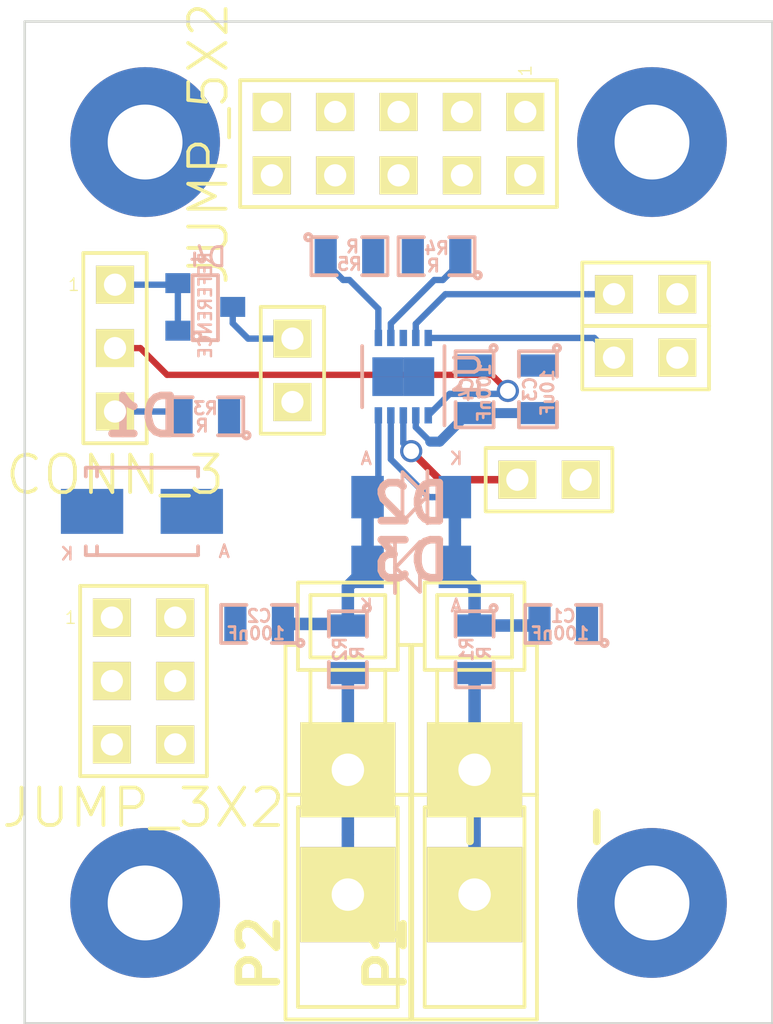
<source format=kicad_pcb>
(kicad_pcb (version 4) (host pcbnew "(2015-01-07 BZR 5359)-product")

  (general
    (links 63)
    (no_connects 47)
    (area 126.322999 72.39 204.104241 138.539)
    (thickness 1.6)
    (drawings 4)
    (tracks 67)
    (zones 0)
    (modules 27)
    (nets 14)
  )

  (page A4)
  (layers
    (0 F.Cu signal)
    (31 B.Cu signal)
    (32 B.Adhes user)
    (33 F.Adhes user)
    (34 B.Paste user)
    (35 F.Paste user)
    (36 B.SilkS user)
    (37 F.SilkS user)
    (38 B.Mask user)
    (39 F.Mask user)
    (40 Dwgs.User user)
    (41 Cmts.User user)
    (42 Eco1.User user)
    (43 Eco2.User user)
    (44 Edge.Cuts user)
    (45 Margin user)
    (46 B.CrtYd user)
    (47 F.CrtYd user)
    (48 B.Fab user)
    (49 F.Fab user)
  )

  (setup
    (last_trace_width 0.254)
    (user_trace_width 0.3)
    (user_trace_width 0.4)
    (user_trace_width 0.5)
    (trace_clearance 0.2)
    (zone_clearance 0.508)
    (zone_45_only no)
    (trace_min 0.254)
    (segment_width 0.2)
    (edge_width 0.1)
    (via_size 0.889)
    (via_drill 0.635)
    (via_min_size 0.889)
    (via_min_drill 0.508)
    (uvia_size 0.508)
    (uvia_drill 0.127)
    (uvias_allowed no)
    (uvia_min_size 0.508)
    (uvia_min_drill 0.127)
    (pcb_text_width 0.3)
    (pcb_text_size 1.5 1.5)
    (mod_edge_width 0.15)
    (mod_text_size 1 1)
    (mod_text_width 0.15)
    (pad_size 1.5 1.5)
    (pad_drill 0.6)
    (pad_to_mask_clearance 0)
    (aux_axis_origin 0 0)
    (visible_elements 7FFFFF7F)
    (pcbplotparams
      (layerselection 0x00030_80000001)
      (usegerberextensions false)
      (excludeedgelayer true)
      (linewidth 0.300000)
      (plotframeref false)
      (viasonmask false)
      (mode 1)
      (useauxorigin false)
      (hpglpennumber 1)
      (hpglpenspeed 20)
      (hpglpendiameter 15)
      (hpglpenoverlay 2)
      (psnegative false)
      (psa4output false)
      (plotreference true)
      (plotvalue true)
      (plotinvisibletext false)
      (padsonsilk false)
      (subtractmaskfromsilk false)
      (outputformat 1)
      (mirror false)
      (drillshape 1)
      (scaleselection 1)
      (outputdirectory ""))
  )

  (net 0 "")
  (net 1 GND)
  (net 2 "Net-(C1-Pad2)")
  (net 3 "Net-(C2-Pad1)")
  (net 4 VCC)
  (net 5 "Net-(D4-Pad1)")
  (net 6 "Net-(J3-Pad2)")
  (net 7 "Net-(J4-Pad2)")
  (net 8 /CA0)
  (net 9 /CA1)
  (net 10 /SDA)
  (net 11 /SCL)
  (net 12 "Net-(P1-Pad1)")
  (net 13 "Net-(P2-Pad1)")

  (net_class Default "Toto je výchozí třída sítě."
    (clearance 0.2)
    (trace_width 0.254)
    (via_dia 0.889)
    (via_drill 0.635)
    (uvia_dia 0.508)
    (uvia_drill 0.127)
    (add_net /CA0)
    (add_net /CA1)
    (add_net /SCL)
    (add_net /SDA)
    (add_net GND)
    (add_net "Net-(C1-Pad2)")
    (add_net "Net-(C2-Pad1)")
    (add_net "Net-(D4-Pad1)")
    (add_net "Net-(J3-Pad2)")
    (add_net "Net-(J4-Pad2)")
    (add_net "Net-(P1-Pad1)")
    (add_net "Net-(P2-Pad1)")
    (add_net VCC)
  )

  (module Mlab_R:SMD-0805 (layer B.Cu) (tedit 54799E0C) (tstamp 55470A3A)
    (at 21.844 -16.256 180)
    (path /554603CA)
    (attr smd)
    (fp_text reference C1 (at 0 0.3175 180) (layer B.SilkS)
      (effects (font (size 0.50038 0.50038) (thickness 0.10922)) (justify mirror))
    )
    (fp_text value 100nF (at 0.127 -0.381 180) (layer B.SilkS)
      (effects (font (size 0.50038 0.50038) (thickness 0.10922)) (justify mirror))
    )
    (fp_circle (center -1.651 -0.762) (end -1.651 -0.635) (layer B.SilkS) (width 0.15))
    (fp_line (start -0.508 -0.762) (end -1.524 -0.762) (layer B.SilkS) (width 0.15))
    (fp_line (start -1.524 -0.762) (end -1.524 0.762) (layer B.SilkS) (width 0.15))
    (fp_line (start -1.524 0.762) (end -0.508 0.762) (layer B.SilkS) (width 0.15))
    (fp_line (start 0.508 0.762) (end 1.524 0.762) (layer B.SilkS) (width 0.15))
    (fp_line (start 1.524 0.762) (end 1.524 -0.762) (layer B.SilkS) (width 0.15))
    (fp_line (start 1.524 -0.762) (end 0.508 -0.762) (layer B.SilkS) (width 0.15))
    (pad 1 smd rect (at -0.9525 0 180) (size 0.889 1.397) (layers B.Cu B.Paste B.Mask)
      (net 1 GND))
    (pad 2 smd rect (at 0.9525 0 180) (size 0.889 1.397) (layers B.Cu B.Paste B.Mask)
      (net 2 "Net-(C1-Pad2)"))
    (model MLAB_3D/Resistors/chip_cms.wrl
      (at (xyz 0 0 0))
      (scale (xyz 0.1 0.1 0.1))
      (rotate (xyz 0 0 0))
    )
  )

  (module Mlab_R:SMD-0805 (layer B.Cu) (tedit 54799E0C) (tstamp 55470A40)
    (at 9.652 -16.256 180)
    (path /55460399)
    (attr smd)
    (fp_text reference C2 (at 0 0.3175 180) (layer B.SilkS)
      (effects (font (size 0.50038 0.50038) (thickness 0.10922)) (justify mirror))
    )
    (fp_text value 100nF (at 0.127 -0.381 180) (layer B.SilkS)
      (effects (font (size 0.50038 0.50038) (thickness 0.10922)) (justify mirror))
    )
    (fp_circle (center -1.651 -0.762) (end -1.651 -0.635) (layer B.SilkS) (width 0.15))
    (fp_line (start -0.508 -0.762) (end -1.524 -0.762) (layer B.SilkS) (width 0.15))
    (fp_line (start -1.524 -0.762) (end -1.524 0.762) (layer B.SilkS) (width 0.15))
    (fp_line (start -1.524 0.762) (end -0.508 0.762) (layer B.SilkS) (width 0.15))
    (fp_line (start 0.508 0.762) (end 1.524 0.762) (layer B.SilkS) (width 0.15))
    (fp_line (start 1.524 0.762) (end 1.524 -0.762) (layer B.SilkS) (width 0.15))
    (fp_line (start 1.524 -0.762) (end 0.508 -0.762) (layer B.SilkS) (width 0.15))
    (pad 1 smd rect (at -0.9525 0 180) (size 0.889 1.397) (layers B.Cu B.Paste B.Mask)
      (net 3 "Net-(C2-Pad1)"))
    (pad 2 smd rect (at 0.9525 0 180) (size 0.889 1.397) (layers B.Cu B.Paste B.Mask)
      (net 1 GND))
    (model MLAB_3D/Resistors/chip_cms.wrl
      (at (xyz 0 0 0))
      (scale (xyz 0.1 0.1 0.1))
      (rotate (xyz 0 0 0))
    )
  )

  (module Mlab_R:SMD-0805 (layer B.Cu) (tedit 54799E0C) (tstamp 55470A46)
    (at 20.828 -25.654 270)
    (path /55461125)
    (attr smd)
    (fp_text reference C3 (at 0 0.3175 270) (layer B.SilkS)
      (effects (font (size 0.50038 0.50038) (thickness 0.10922)) (justify mirror))
    )
    (fp_text value 10uF (at 0.127 -0.381 270) (layer B.SilkS)
      (effects (font (size 0.50038 0.50038) (thickness 0.10922)) (justify mirror))
    )
    (fp_circle (center -1.651 -0.762) (end -1.651 -0.635) (layer B.SilkS) (width 0.15))
    (fp_line (start -0.508 -0.762) (end -1.524 -0.762) (layer B.SilkS) (width 0.15))
    (fp_line (start -1.524 -0.762) (end -1.524 0.762) (layer B.SilkS) (width 0.15))
    (fp_line (start -1.524 0.762) (end -0.508 0.762) (layer B.SilkS) (width 0.15))
    (fp_line (start 0.508 0.762) (end 1.524 0.762) (layer B.SilkS) (width 0.15))
    (fp_line (start 1.524 0.762) (end 1.524 -0.762) (layer B.SilkS) (width 0.15))
    (fp_line (start 1.524 -0.762) (end 0.508 -0.762) (layer B.SilkS) (width 0.15))
    (pad 1 smd rect (at -0.9525 0 270) (size 0.889 1.397) (layers B.Cu B.Paste B.Mask)
      (net 1 GND))
    (pad 2 smd rect (at 0.9525 0 270) (size 0.889 1.397) (layers B.Cu B.Paste B.Mask)
      (net 4 VCC))
    (model MLAB_3D/Resistors/chip_cms.wrl
      (at (xyz 0 0 0))
      (scale (xyz 0.1 0.1 0.1))
      (rotate (xyz 0 0 0))
    )
  )

  (module Mlab_R:SMD-0805 (layer B.Cu) (tedit 54799E0C) (tstamp 55470A4C)
    (at 18.288 -25.654 270)
    (path /554611EB)
    (attr smd)
    (fp_text reference C4 (at 0 0.3175 270) (layer B.SilkS)
      (effects (font (size 0.50038 0.50038) (thickness 0.10922)) (justify mirror))
    )
    (fp_text value 100nF (at 0.127 -0.381 270) (layer B.SilkS)
      (effects (font (size 0.50038 0.50038) (thickness 0.10922)) (justify mirror))
    )
    (fp_circle (center -1.651 -0.762) (end -1.651 -0.635) (layer B.SilkS) (width 0.15))
    (fp_line (start -0.508 -0.762) (end -1.524 -0.762) (layer B.SilkS) (width 0.15))
    (fp_line (start -1.524 -0.762) (end -1.524 0.762) (layer B.SilkS) (width 0.15))
    (fp_line (start -1.524 0.762) (end -0.508 0.762) (layer B.SilkS) (width 0.15))
    (fp_line (start 0.508 0.762) (end 1.524 0.762) (layer B.SilkS) (width 0.15))
    (fp_line (start 1.524 0.762) (end 1.524 -0.762) (layer B.SilkS) (width 0.15))
    (fp_line (start 1.524 -0.762) (end 0.508 -0.762) (layer B.SilkS) (width 0.15))
    (pad 1 smd rect (at -0.9525 0 270) (size 0.889 1.397) (layers B.Cu B.Paste B.Mask)
      (net 1 GND))
    (pad 2 smd rect (at 0.9525 0 270) (size 0.889 1.397) (layers B.Cu B.Paste B.Mask)
      (net 4 VCC))
    (model MLAB_3D/Resistors/chip_cms.wrl
      (at (xyz 0 0 0))
      (scale (xyz 0.1 0.1 0.1))
      (rotate (xyz 0 0 0))
    )
  )

  (module Mlab_D:SMA_Standard (layer B.Cu) (tedit 54BBE0AF) (tstamp 55470A52)
    (at 4.953 -20.7645 180)
    (descr "Diode SMA")
    (tags "Diode SMA")
    (path /55460DCE)
    (attr smd)
    (fp_text reference D1 (at 0 3.81 180) (layer B.SilkS)
      (effects (font (thickness 0.3048)) (justify mirror))
    )
    (fp_text value M4 (at 0 -3.81 180) (layer B.SilkS) hide
      (effects (font (thickness 0.3048)) (justify mirror))
    )
    (fp_text user A (at -3.29946 -1.6002 180) (layer B.SilkS)
      (effects (font (size 0.50038 0.50038) (thickness 0.09906)) (justify mirror))
    )
    (fp_text user K (at 2.99974 -1.69926 180) (layer B.SilkS)
      (effects (font (size 0.50038 0.50038) (thickness 0.09906)) (justify mirror))
    )
    (fp_circle (center 0 0) (end 0.20066 0.0508) (layer B.Adhes) (width 0.381))
    (fp_line (start 1.80086 -1.75006) (end 1.80086 -1.39954) (layer B.SilkS) (width 0.15))
    (fp_line (start 1.80086 1.75006) (end 1.80086 1.39954) (layer B.SilkS) (width 0.15))
    (fp_line (start 2.25044 -1.75006) (end 2.25044 -1.39954) (layer B.SilkS) (width 0.15))
    (fp_line (start -2.25044 -1.75006) (end -2.25044 -1.39954) (layer B.SilkS) (width 0.15))
    (fp_line (start -2.25044 1.75006) (end -2.25044 1.39954) (layer B.SilkS) (width 0.15))
    (fp_line (start 2.25044 1.75006) (end 2.25044 1.39954) (layer B.SilkS) (width 0.15))
    (fp_line (start -2.25044 -1.75006) (end 2.25044 -1.75006) (layer B.SilkS) (width 0.15))
    (fp_line (start -2.25044 1.75006) (end 2.25044 1.75006) (layer B.SilkS) (width 0.15))
    (pad 1 smd rect (at -1.99898 0 180) (size 2.49936 1.80086) (layers B.Cu B.Paste B.Mask)
      (net 1 GND))
    (pad 2 smd rect (at 1.99898 0 180) (size 2.49936 1.80086) (layers B.Cu B.Paste B.Mask)
      (net 4 VCC))
    (model MLAB_3D/Diodes/SMA.wrl
      (at (xyz 0 0 0))
      (scale (xyz 0.3937 0.3937 0.3937))
      (rotate (xyz 0 0 0))
    )
  )

  (module Mlab_D:MiniMELF_Standard (layer B.Cu) (tedit 54BBE081) (tstamp 55470A58)
    (at 15.748 -18.542 180)
    (descr "Diode Mini-MELF Standard")
    (tags "Diode Mini-MELF Standard")
    (path /5546045E)
    (attr smd)
    (fp_text reference D2 (at 0 2.54 180) (layer B.SilkS)
      (effects (font (thickness 0.3048)) (justify mirror))
    )
    (fp_text value BAT46 (at 0 -3.81 180) (layer B.SilkS) hide
      (effects (font (thickness 0.3048)) (justify mirror))
    )
    (fp_line (start 0.65024 -0.0508) (end -0.35052 1.00076) (layer B.SilkS) (width 0.15))
    (fp_line (start -0.35052 1.00076) (end -0.35052 -1.00076) (layer B.SilkS) (width 0.15))
    (fp_line (start -0.35052 -1.00076) (end 0.65024 0) (layer B.SilkS) (width 0.15))
    (fp_line (start 0.65024 1.04902) (end 0.65024 -1.04902) (layer B.SilkS) (width 0.15))
    (fp_text user A (at -1.80086 -1.5494 180) (layer B.SilkS)
      (effects (font (size 0.50038 0.50038) (thickness 0.09906)) (justify mirror))
    )
    (fp_text user K (at 1.80086 -1.5494 180) (layer B.SilkS)
      (effects (font (size 0.50038 0.50038) (thickness 0.09906)) (justify mirror))
    )
    (fp_circle (center 0 0) (end 0 -0.55118) (layer B.Adhes) (width 0.381))
    (fp_circle (center 0 0) (end 0 -0.20066) (layer B.Adhes) (width 0.381))
    (pad 1 smd rect (at -1.75006 0 180) (size 1.30048 1.69926) (layers B.Cu B.Paste B.Mask)
      (net 2 "Net-(C1-Pad2)"))
    (pad 2 smd rect (at 1.75006 0 180) (size 1.30048 1.69926) (layers B.Cu B.Paste B.Mask)
      (net 3 "Net-(C2-Pad1)"))
    (model MLAB_3D/Diodes/MiniMELF_DO213AA.wrl
      (at (xyz 0 0 0))
      (scale (xyz 0.3937 0.3937 0.3937))
      (rotate (xyz 0 0 0))
    )
  )

  (module Mlab_D:MiniMELF_Standard (layer B.Cu) (tedit 54BBE081) (tstamp 55470A5E)
    (at 15.748 -21.336)
    (descr "Diode Mini-MELF Standard")
    (tags "Diode Mini-MELF Standard")
    (path /55460409)
    (attr smd)
    (fp_text reference D3 (at 0 2.54) (layer B.SilkS)
      (effects (font (thickness 0.3048)) (justify mirror))
    )
    (fp_text value BAT46 (at 0 -3.81) (layer B.SilkS) hide
      (effects (font (thickness 0.3048)) (justify mirror))
    )
    (fp_line (start 0.65024 -0.0508) (end -0.35052 1.00076) (layer B.SilkS) (width 0.15))
    (fp_line (start -0.35052 1.00076) (end -0.35052 -1.00076) (layer B.SilkS) (width 0.15))
    (fp_line (start -0.35052 -1.00076) (end 0.65024 0) (layer B.SilkS) (width 0.15))
    (fp_line (start 0.65024 1.04902) (end 0.65024 -1.04902) (layer B.SilkS) (width 0.15))
    (fp_text user A (at -1.80086 -1.5494) (layer B.SilkS)
      (effects (font (size 0.50038 0.50038) (thickness 0.09906)) (justify mirror))
    )
    (fp_text user K (at 1.80086 -1.5494) (layer B.SilkS)
      (effects (font (size 0.50038 0.50038) (thickness 0.09906)) (justify mirror))
    )
    (fp_circle (center 0 0) (end 0 -0.55118) (layer B.Adhes) (width 0.381))
    (fp_circle (center 0 0) (end 0 -0.20066) (layer B.Adhes) (width 0.381))
    (pad 1 smd rect (at -1.75006 0) (size 1.30048 1.69926) (layers B.Cu B.Paste B.Mask)
      (net 3 "Net-(C2-Pad1)"))
    (pad 2 smd rect (at 1.75006 0) (size 1.30048 1.69926) (layers B.Cu B.Paste B.Mask)
      (net 2 "Net-(C1-Pad2)"))
    (model MLAB_3D/Diodes/MiniMELF_DO213AA.wrl
      (at (xyz 0 0 0))
      (scale (xyz 0.3937 0.3937 0.3937))
      (rotate (xyz 0 0 0))
    )
  )

  (module Mlab_IO:SOT-23 (layer B.Cu) (tedit 54836E42) (tstamp 55472E30)
    (at 7.493 -28.956 90)
    (tags SOT23)
    (path /55461701)
    (fp_text reference D4 (at 1.99898 0.09906 360) (layer B.SilkS)
      (effects (font (size 0.762 0.762) (thickness 0.11938)) (justify mirror))
    )
    (fp_text value REFERENCE (at 0.0635 0 90) (layer B.SilkS)
      (effects (font (size 0.50038 0.50038) (thickness 0.09906)) (justify mirror))
    )
    (fp_circle (center -1.17602 -0.35052) (end -1.30048 -0.44958) (layer B.SilkS) (width 0.15))
    (fp_line (start 1.27 0.508) (end 1.27 -0.508) (layer B.SilkS) (width 0.15))
    (fp_line (start -1.3335 0.508) (end -1.3335 -0.508) (layer B.SilkS) (width 0.15))
    (fp_line (start 1.27 -0.508) (end -1.3335 -0.508) (layer B.SilkS) (width 0.15))
    (fp_line (start -1.3335 0.508) (end 1.27 0.508) (layer B.SilkS) (width 0.15))
    (pad 3 smd rect (at 0 1.09982 90) (size 0.8001 1.00076) (layers B.Cu B.Paste B.Mask)
      (net 1 GND))
    (pad 2 smd rect (at 0.9525 -1.09982 90) (size 0.8001 1.00076) (layers B.Cu B.Paste B.Mask)
      (net 5 "Net-(D4-Pad1)"))
    (pad 1 smd rect (at -0.9525 -1.09982 90) (size 0.8001 1.00076) (layers B.Cu B.Paste B.Mask)
      (net 5 "Net-(D4-Pad1)"))
    (model D:/Honza/library/KiCAD/MLAB_3D/IO/SOT23_3.wrl
      (at (xyz 0 0 0))
      (scale (xyz 0.4 0.4 0.4))
      (rotate (xyz 0 0 180))
    )
  )

  (module Mlab_Pin_Headers:Straight_2x03 (layer F.Cu) (tedit 5454C210) (tstamp 55470A6F)
    (at 5.0165 -13.97)
    (descr "pin header straight 2x03")
    (tags "pin header straight 2x03")
    (path /55460C17)
    (fp_text reference J1 (at 0 -5.08) (layer F.SilkS) hide
      (effects (font (size 1.5 1.5) (thickness 0.15)))
    )
    (fp_text value JUMP_3X2 (at 0 5.08) (layer F.SilkS)
      (effects (font (size 1.5 1.5) (thickness 0.15)))
    )
    (fp_text user 1 (at -2.921 -2.54) (layer F.SilkS)
      (effects (font (size 0.5 0.5) (thickness 0.05)))
    )
    (fp_line (start -2.54 -3.81) (end 2.54 -3.81) (layer F.SilkS) (width 0.15))
    (fp_line (start 2.54 -3.81) (end 2.54 3.81) (layer F.SilkS) (width 0.15))
    (fp_line (start 2.54 3.81) (end -2.54 3.81) (layer F.SilkS) (width 0.15))
    (fp_line (start -2.54 3.81) (end -2.54 -3.81) (layer F.SilkS) (width 0.15))
    (pad 1 thru_hole rect (at -1.27 -2.54) (size 1.524 1.524) (drill 0.889) (layers *.Cu *.Mask F.SilkS)
      (net 1 GND))
    (pad 2 thru_hole rect (at 1.27 -2.54) (size 1.524 1.524) (drill 0.889) (layers *.Cu *.Mask F.SilkS)
      (net 1 GND))
    (pad 3 thru_hole rect (at -1.27 0) (size 1.524 1.524) (drill 0.889) (layers *.Cu *.Mask F.SilkS)
      (net 4 VCC))
    (pad 4 thru_hole rect (at 1.27 0) (size 1.524 1.524) (drill 0.889) (layers *.Cu *.Mask F.SilkS)
      (net 4 VCC))
    (pad 5 thru_hole rect (at -1.27 2.54) (size 1.524 1.524) (drill 0.889) (layers *.Cu *.Mask F.SilkS)
      (net 1 GND))
    (pad 6 thru_hole rect (at 1.27 2.54) (size 1.524 1.524) (drill 0.889) (layers *.Cu *.Mask F.SilkS)
      (net 1 GND))
    (model Pin_Headers/Pin_Header_Straight_2x03.wrl
      (at (xyz 0 0 0))
      (scale (xyz 1 1 1))
      (rotate (xyz 0 0 90))
    )
  )

  (module Mlab_Pin_Headers:Straight_2x01 (layer F.Cu) (tedit 5545E8D2) (tstamp 55470A75)
    (at 10.9855 -26.416 270)
    (descr "pin header straight 2x01")
    (tags "pin header straight 2x01")
    (path /554605D2)
    (fp_text reference J2 (at 0 -2.54 270) (layer F.SilkS) hide
      (effects (font (size 1.5 1.5) (thickness 0.15)))
    )
    (fp_text value CONN1_2 (at 0 2.54 270) (layer F.SilkS) hide
      (effects (font (size 1.5 1.5) (thickness 0.15)))
    )
    (fp_line (start -2.54 -1.27) (end 2.54 -1.27) (layer F.SilkS) (width 0.15))
    (fp_line (start 2.54 -1.27) (end 2.54 1.27) (layer F.SilkS) (width 0.15))
    (fp_line (start 2.54 1.27) (end -2.54 1.27) (layer F.SilkS) (width 0.15))
    (fp_line (start -2.54 1.27) (end -2.54 -1.27) (layer F.SilkS) (width 0.15))
    (pad 1 thru_hole rect (at -1.27 0 270) (size 1.524 1.524) (drill 0.889) (layers *.Cu *.Mask F.SilkS)
      (net 1 GND))
    (pad 2 thru_hole rect (at 1.27 0 270) (size 1.524 1.524) (drill 0.889) (layers *.Cu *.Mask F.SilkS)
      (net 3 "Net-(C2-Pad1)"))
    (model Pin_Headers/Pin_Header_Straight_2x01.wrl
      (at (xyz 0 0 0))
      (scale (xyz 1 1 1))
      (rotate (xyz 0 0 90))
    )
  )

  (module Mlab_Pin_Headers:Straight_2x01 (layer F.Cu) (tedit 5545E8D2) (tstamp 55470A7B)
    (at 21.2725 -22.0345 180)
    (descr "pin header straight 2x01")
    (tags "pin header straight 2x01")
    (path /5547082E)
    (fp_text reference J3 (at 0 -2.54 180) (layer F.SilkS) hide
      (effects (font (size 1.5 1.5) (thickness 0.15)))
    )
    (fp_text value CONN_2 (at 0 2.54 180) (layer F.SilkS) hide
      (effects (font (size 1.5 1.5) (thickness 0.15)))
    )
    (fp_line (start -2.54 -1.27) (end 2.54 -1.27) (layer F.SilkS) (width 0.15))
    (fp_line (start 2.54 -1.27) (end 2.54 1.27) (layer F.SilkS) (width 0.15))
    (fp_line (start 2.54 1.27) (end -2.54 1.27) (layer F.SilkS) (width 0.15))
    (fp_line (start -2.54 1.27) (end -2.54 -1.27) (layer F.SilkS) (width 0.15))
    (pad 1 thru_hole rect (at -1.27 0 180) (size 1.524 1.524) (drill 0.889) (layers *.Cu *.Mask F.SilkS)
      (net 1 GND))
    (pad 2 thru_hole rect (at 1.27 0 180) (size 1.524 1.524) (drill 0.889) (layers *.Cu *.Mask F.SilkS)
      (net 6 "Net-(J3-Pad2)"))
    (model Pin_Headers/Pin_Header_Straight_2x01.wrl
      (at (xyz 0 0 0))
      (scale (xyz 1 1 1))
      (rotate (xyz 0 0 90))
    )
  )

  (module Mlab_Pin_Headers:Straight_2x01 (layer F.Cu) (tedit 5545E8D2) (tstamp 55470A88)
    (at 25.146 -26.924 180)
    (descr "pin header straight 2x01")
    (tags "pin header straight 2x01")
    (path /55463896)
    (fp_text reference J5 (at 0 -2.54 180) (layer F.SilkS) hide
      (effects (font (size 1.5 1.5) (thickness 0.15)))
    )
    (fp_text value JUMP2_2x1 (at 0 2.54 180) (layer F.SilkS) hide
      (effects (font (size 1.5 1.5) (thickness 0.15)))
    )
    (fp_line (start -2.54 -1.27) (end 2.54 -1.27) (layer F.SilkS) (width 0.15))
    (fp_line (start 2.54 -1.27) (end 2.54 1.27) (layer F.SilkS) (width 0.15))
    (fp_line (start 2.54 1.27) (end -2.54 1.27) (layer F.SilkS) (width 0.15))
    (fp_line (start -2.54 1.27) (end -2.54 -1.27) (layer F.SilkS) (width 0.15))
    (pad 1 thru_hole rect (at -1.27 0 180) (size 1.524 1.524) (drill 0.889) (layers *.Cu *.Mask F.SilkS)
      (net 4 VCC))
    (pad 2 thru_hole rect (at 1.27 0 180) (size 1.524 1.524) (drill 0.889) (layers *.Cu *.Mask F.SilkS)
      (net 8 /CA0))
    (model Pin_Headers/Pin_Header_Straight_2x01.wrl
      (at (xyz 0 0 0))
      (scale (xyz 1 1 1))
      (rotate (xyz 0 0 90))
    )
  )

  (module Mlab_Pin_Headers:Straight_2x01 (layer F.Cu) (tedit 5545E8D2) (tstamp 55470A8E)
    (at 25.146 -29.464 180)
    (descr "pin header straight 2x01")
    (tags "pin header straight 2x01")
    (path /554638DE)
    (fp_text reference J6 (at 0 -2.54 180) (layer F.SilkS) hide
      (effects (font (size 1.5 1.5) (thickness 0.15)))
    )
    (fp_text value JUMP2_2x1 (at 0 2.54 180) (layer F.SilkS) hide
      (effects (font (size 1.5 1.5) (thickness 0.15)))
    )
    (fp_line (start -2.54 -1.27) (end 2.54 -1.27) (layer F.SilkS) (width 0.15))
    (fp_line (start 2.54 -1.27) (end 2.54 1.27) (layer F.SilkS) (width 0.15))
    (fp_line (start 2.54 1.27) (end -2.54 1.27) (layer F.SilkS) (width 0.15))
    (fp_line (start -2.54 1.27) (end -2.54 -1.27) (layer F.SilkS) (width 0.15))
    (pad 1 thru_hole rect (at -1.27 0 180) (size 1.524 1.524) (drill 0.889) (layers *.Cu *.Mask F.SilkS)
      (net 4 VCC))
    (pad 2 thru_hole rect (at 1.27 0 180) (size 1.524 1.524) (drill 0.889) (layers *.Cu *.Mask F.SilkS)
      (net 9 /CA1))
    (model Pin_Headers/Pin_Header_Straight_2x01.wrl
      (at (xyz 0 0 0))
      (scale (xyz 1 1 1))
      (rotate (xyz 0 0 90))
    )
  )

  (module Mlab_Pin_Headers:Straight_2x05 (layer F.Cu) (tedit 5454C210) (tstamp 55470A9C)
    (at 15.24 -35.4965 270)
    (descr "pin header straight 2x05")
    (tags "pin header straight 2x05")
    (path /55462947)
    (fp_text reference J7 (at 0 -7.62 270) (layer F.SilkS) hide
      (effects (font (size 1.5 1.5) (thickness 0.15)))
    )
    (fp_text value JUMP_5X2 (at 0 7.62 270) (layer F.SilkS)
      (effects (font (size 1.5 1.5) (thickness 0.15)))
    )
    (fp_text user 1 (at -2.921 -5.08 270) (layer F.SilkS)
      (effects (font (size 0.5 0.5) (thickness 0.05)))
    )
    (fp_line (start -2.54 -6.35) (end 2.54 -6.35) (layer F.SilkS) (width 0.15))
    (fp_line (start 2.54 -6.35) (end 2.54 6.35) (layer F.SilkS) (width 0.15))
    (fp_line (start 2.54 6.35) (end -2.54 6.35) (layer F.SilkS) (width 0.15))
    (fp_line (start -2.54 6.35) (end -2.54 -6.35) (layer F.SilkS) (width 0.15))
    (pad 1 thru_hole rect (at -1.27 -5.08 270) (size 1.524 1.524) (drill 0.889) (layers *.Cu *.Mask F.SilkS)
      (net 1 GND))
    (pad 2 thru_hole rect (at 1.27 -5.08 270) (size 1.524 1.524) (drill 0.889) (layers *.Cu *.Mask F.SilkS)
      (net 1 GND))
    (pad 3 thru_hole rect (at -1.27 -2.54 270) (size 1.524 1.524) (drill 0.889) (layers *.Cu *.Mask F.SilkS)
      (net 10 /SDA))
    (pad 4 thru_hole rect (at 1.27 -2.54 270) (size 1.524 1.524) (drill 0.889) (layers *.Cu *.Mask F.SilkS)
      (net 10 /SDA))
    (pad 5 thru_hole rect (at -1.27 0 270) (size 1.524 1.524) (drill 0.889) (layers *.Cu *.Mask F.SilkS)
      (net 4 VCC))
    (pad 6 thru_hole rect (at 1.27 0 270) (size 1.524 1.524) (drill 0.889) (layers *.Cu *.Mask F.SilkS)
      (net 4 VCC))
    (pad 7 thru_hole rect (at -1.27 2.54 270) (size 1.524 1.524) (drill 0.889) (layers *.Cu *.Mask F.SilkS)
      (net 11 /SCL))
    (pad 8 thru_hole rect (at 1.27 2.54 270) (size 1.524 1.524) (drill 0.889) (layers *.Cu *.Mask F.SilkS)
      (net 11 /SCL))
    (pad 9 thru_hole rect (at -1.27 5.08 270) (size 1.524 1.524) (drill 0.889) (layers *.Cu *.Mask F.SilkS)
      (net 1 GND))
    (pad 10 thru_hole rect (at 1.27 5.08 270) (size 1.524 1.524) (drill 0.889) (layers *.Cu *.Mask F.SilkS)
      (net 1 GND))
    (model Pin_Headers/Pin_Header_Straight_2x05.wrl
      (at (xyz 0 0 0))
      (scale (xyz 1 1 1))
      (rotate (xyz 0 0 90))
    )
  )

  (module Mlab_Mechanical:MountingHole_3mm placed (layer F.Cu) (tedit 5535DB2C) (tstamp 55470AA1)
    (at 5.08 -35.56)
    (descr "Mounting hole, Befestigungsbohrung, 3mm, No Annular, Kein Restring,")
    (tags "Mounting hole, Befestigungsbohrung, 3mm, No Annular, Kein Restring,")
    (path /5547153E)
    (fp_text reference M1 (at 0 -4.191) (layer F.SilkS) hide
      (effects (font (thickness 0.3048)))
    )
    (fp_text value HOLE (at 0 4.191) (layer F.SilkS) hide
      (effects (font (thickness 0.3048)))
    )
    (fp_circle (center 0 0) (end 2.99974 0) (layer Cmts.User) (width 0.381))
    (pad 1 thru_hole circle (at 0 0) (size 6 6) (drill 3) (layers *.Cu *.Adhes *.Mask)
      (net 1 GND) (clearance 1) (zone_connect 2))
  )

  (module Mlab_Mechanical:MountingHole_3mm placed (layer F.Cu) (tedit 5535DB2C) (tstamp 55470AA6)
    (at 25.4 -5.08)
    (descr "Mounting hole, Befestigungsbohrung, 3mm, No Annular, Kein Restring,")
    (tags "Mounting hole, Befestigungsbohrung, 3mm, No Annular, Kein Restring,")
    (path /5547175D)
    (fp_text reference M2 (at 0 -4.191) (layer F.SilkS) hide
      (effects (font (thickness 0.3048)))
    )
    (fp_text value HOLE (at 0 4.191) (layer F.SilkS) hide
      (effects (font (thickness 0.3048)))
    )
    (fp_circle (center 0 0) (end 2.99974 0) (layer Cmts.User) (width 0.381))
    (pad 1 thru_hole circle (at 0 0) (size 6 6) (drill 3) (layers *.Cu *.Adhes *.Mask)
      (net 1 GND) (clearance 1) (zone_connect 2))
  )

  (module Mlab_Mechanical:MountingHole_3mm placed (layer F.Cu) (tedit 5535DB2C) (tstamp 55470AAB)
    (at 25.4 -35.56)
    (descr "Mounting hole, Befestigungsbohrung, 3mm, No Annular, Kein Restring,")
    (tags "Mounting hole, Befestigungsbohrung, 3mm, No Annular, Kein Restring,")
    (path /5547179E)
    (fp_text reference M3 (at 0 -4.191) (layer F.SilkS) hide
      (effects (font (thickness 0.3048)))
    )
    (fp_text value HOLE (at 0 4.191) (layer F.SilkS) hide
      (effects (font (thickness 0.3048)))
    )
    (fp_circle (center 0 0) (end 2.99974 0) (layer Cmts.User) (width 0.381))
    (pad 1 thru_hole circle (at 0 0) (size 6 6) (drill 3) (layers *.Cu *.Adhes *.Mask)
      (net 1 GND) (clearance 1) (zone_connect 2))
  )

  (module Mlab_Mechanical:MountingHole_3mm placed (layer F.Cu) (tedit 5535DB2C) (tstamp 55470AB0)
    (at 5.08 -5.08)
    (descr "Mounting hole, Befestigungsbohrung, 3mm, No Annular, Kein Restring,")
    (tags "Mounting hole, Befestigungsbohrung, 3mm, No Annular, Kein Restring,")
    (path /554717EE)
    (fp_text reference M4 (at 0 -4.191) (layer F.SilkS) hide
      (effects (font (thickness 0.3048)))
    )
    (fp_text value HOLE (at 0 4.191) (layer F.SilkS) hide
      (effects (font (thickness 0.3048)))
    )
    (fp_circle (center 0 0) (end 2.99974 0) (layer Cmts.User) (width 0.381))
    (pad 1 thru_hole circle (at 0 0) (size 6 6) (drill 3) (layers *.Cu *.Adhes *.Mask)
      (net 1 GND) (clearance 1) (zone_connect 2))
  )

  (module Mlab_Con:WAGO256 (layer F.Cu) (tedit 54BBE4E3) (tstamp 55470AB6)
    (at 18.288 -7.874 90)
    (descr "WAGO-Series 236, 2Stift, 1pol, RM 5mm,")
    (tags "WAGO-Series 236, 2Stift, 1pol, RM 5mm, Anreibare Leiterplattenklemme")
    (path /5546028B)
    (fp_text reference P1 (at -4.826 -3.556 90) (layer F.SilkS)
      (effects (font (thickness 0.3048)))
    )
    (fp_text value _ (at 0.254 4.064 90) (layer F.SilkS)
      (effects (font (thickness 0.3048)))
    )
    (fp_line (start 7.54 2.5) (end 7.54 2) (layer F.SilkS) (width 0.15))
    (fp_line (start 7.54 -2) (end 7.54 -2.5) (layer F.SilkS) (width 0.15))
    (fp_line (start 1.54 2.5001) (end 1.54 -2.5001) (layer F.SilkS) (width 0.15))
    (fp_line (start -7.46 2.5001) (end -7.46 -2.5001) (layer F.SilkS) (width 0.15))
    (fp_line (start 9.54 1.501) (end 9.54 -1.501) (layer F.SilkS) (width 0.15))
    (fp_line (start 7.0401 1.501) (end 7.0401 -1.501) (layer F.SilkS) (width 0.15))
    (fp_line (start 10.0401 -2) (end 10.0401 2) (layer F.SilkS) (width 0.15))
    (fp_line (start 6.54 -2) (end 6.54 2) (layer F.SilkS) (width 0.15))
    (fp_line (start 3.54 1.5001) (end 3.54 -1.5001) (layer F.SilkS) (width 0.15))
    (fp_line (start 1.0399 -2) (end 1.0399 2) (layer F.SilkS) (width 0.15))
    (fp_line (start -6.9601 2) (end -6.9601 -2) (layer F.SilkS) (width 0.15))
    (fp_line (start 1.0399 1) (end 1.54 1) (layer F.SilkS) (width 0.15))
    (fp_line (start 7.0401 1.5) (end 9.54 1.5) (layer F.SilkS) (width 0.15))
    (fp_line (start 6.54 2) (end 10.0401 2) (layer F.SilkS) (width 0.15))
    (fp_line (start 1.0399 -1) (end 1.54 -1) (layer F.SilkS) (width 0.15))
    (fp_line (start 7.0401 -1.5) (end 9.54 -1.5) (layer F.SilkS) (width 0.15))
    (fp_line (start 6.54 -2) (end 10.041 -2) (layer F.SilkS) (width 0.15))
    (fp_line (start 3.54 1.5) (end 6.54 1.5) (layer F.SilkS) (width 0.15))
    (fp_line (start -6.9601 2) (end 1.0399 2) (layer F.SilkS) (width 0.15))
    (fp_line (start 1.54 2.5) (end 7.54 2.5) (layer F.SilkS) (width 0.15))
    (fp_line (start 3.54 -1.5) (end 6.54 -1.5) (layer F.SilkS) (width 0.15))
    (fp_line (start -6.9601 -2) (end 1.0399 -2) (layer F.SilkS) (width 0.15))
    (fp_line (start 1.54 -2.5) (end 7.54 -2.5) (layer F.SilkS) (width 0.15))
    (fp_line (start 1.54 2.5) (end -7.46 2.5) (layer F.SilkS) (width 0.15))
    (fp_line (start -7.46 -2.5) (end 1.54 -2.5) (layer F.SilkS) (width 0.15))
    (pad 1 thru_hole rect (at -2.46 0 180) (size 3.81 3.81) (drill 1.3) (layers *.Cu *.Mask F.SilkS)
      (net 12 "Net-(P1-Pad1)"))
    (pad 1 thru_hole rect (at 2.54 0 180) (size 3.81 3.81) (drill 1.3) (layers *.Cu *.Mask F.SilkS)
      (net 12 "Net-(P1-Pad1)"))
  )

  (module Mlab_Con:WAGO256 (layer F.Cu) (tedit 54BBE4E3) (tstamp 55470ABC)
    (at 13.208 -7.874 90)
    (descr "WAGO-Series 236, 2Stift, 1pol, RM 5mm,")
    (tags "WAGO-Series 236, 2Stift, 1pol, RM 5mm, Anreibare Leiterplattenklemme")
    (path /55460302)
    (fp_text reference P2 (at -4.826 -3.556 90) (layer F.SilkS)
      (effects (font (thickness 0.3048)))
    )
    (fp_text value _ (at 0.254 4.064 90) (layer F.SilkS)
      (effects (font (thickness 0.3048)))
    )
    (fp_line (start 7.54 2.5) (end 7.54 2) (layer F.SilkS) (width 0.15))
    (fp_line (start 7.54 -2) (end 7.54 -2.5) (layer F.SilkS) (width 0.15))
    (fp_line (start 1.54 2.5001) (end 1.54 -2.5001) (layer F.SilkS) (width 0.15))
    (fp_line (start -7.46 2.5001) (end -7.46 -2.5001) (layer F.SilkS) (width 0.15))
    (fp_line (start 9.54 1.501) (end 9.54 -1.501) (layer F.SilkS) (width 0.15))
    (fp_line (start 7.0401 1.501) (end 7.0401 -1.501) (layer F.SilkS) (width 0.15))
    (fp_line (start 10.0401 -2) (end 10.0401 2) (layer F.SilkS) (width 0.15))
    (fp_line (start 6.54 -2) (end 6.54 2) (layer F.SilkS) (width 0.15))
    (fp_line (start 3.54 1.5001) (end 3.54 -1.5001) (layer F.SilkS) (width 0.15))
    (fp_line (start 1.0399 -2) (end 1.0399 2) (layer F.SilkS) (width 0.15))
    (fp_line (start -6.9601 2) (end -6.9601 -2) (layer F.SilkS) (width 0.15))
    (fp_line (start 1.0399 1) (end 1.54 1) (layer F.SilkS) (width 0.15))
    (fp_line (start 7.0401 1.5) (end 9.54 1.5) (layer F.SilkS) (width 0.15))
    (fp_line (start 6.54 2) (end 10.0401 2) (layer F.SilkS) (width 0.15))
    (fp_line (start 1.0399 -1) (end 1.54 -1) (layer F.SilkS) (width 0.15))
    (fp_line (start 7.0401 -1.5) (end 9.54 -1.5) (layer F.SilkS) (width 0.15))
    (fp_line (start 6.54 -2) (end 10.041 -2) (layer F.SilkS) (width 0.15))
    (fp_line (start 3.54 1.5) (end 6.54 1.5) (layer F.SilkS) (width 0.15))
    (fp_line (start -6.9601 2) (end 1.0399 2) (layer F.SilkS) (width 0.15))
    (fp_line (start 1.54 2.5) (end 7.54 2.5) (layer F.SilkS) (width 0.15))
    (fp_line (start 3.54 -1.5) (end 6.54 -1.5) (layer F.SilkS) (width 0.15))
    (fp_line (start -6.9601 -2) (end 1.0399 -2) (layer F.SilkS) (width 0.15))
    (fp_line (start 1.54 -2.5) (end 7.54 -2.5) (layer F.SilkS) (width 0.15))
    (fp_line (start 1.54 2.5) (end -7.46 2.5) (layer F.SilkS) (width 0.15))
    (fp_line (start -7.46 -2.5) (end 1.54 -2.5) (layer F.SilkS) (width 0.15))
    (pad 1 thru_hole rect (at -2.46 0 180) (size 3.81 3.81) (drill 1.3) (layers *.Cu *.Mask F.SilkS)
      (net 13 "Net-(P2-Pad1)"))
    (pad 1 thru_hole rect (at 2.54 0 180) (size 3.81 3.81) (drill 1.3) (layers *.Cu *.Mask F.SilkS)
      (net 13 "Net-(P2-Pad1)"))
  )

  (module Mlab_R:SMD-0805 (layer B.Cu) (tedit 54799E0C) (tstamp 55470AC2)
    (at 18.288 -15.24 270)
    (path /55460320)
    (attr smd)
    (fp_text reference R1 (at 0 0.3175 270) (layer B.SilkS)
      (effects (font (size 0.50038 0.50038) (thickness 0.10922)) (justify mirror))
    )
    (fp_text value R (at 0.127 -0.381 270) (layer B.SilkS)
      (effects (font (size 0.50038 0.50038) (thickness 0.10922)) (justify mirror))
    )
    (fp_circle (center -1.651 -0.762) (end -1.651 -0.635) (layer B.SilkS) (width 0.15))
    (fp_line (start -0.508 -0.762) (end -1.524 -0.762) (layer B.SilkS) (width 0.15))
    (fp_line (start -1.524 -0.762) (end -1.524 0.762) (layer B.SilkS) (width 0.15))
    (fp_line (start -1.524 0.762) (end -0.508 0.762) (layer B.SilkS) (width 0.15))
    (fp_line (start 0.508 0.762) (end 1.524 0.762) (layer B.SilkS) (width 0.15))
    (fp_line (start 1.524 0.762) (end 1.524 -0.762) (layer B.SilkS) (width 0.15))
    (fp_line (start 1.524 -0.762) (end 0.508 -0.762) (layer B.SilkS) (width 0.15))
    (pad 1 smd rect (at -0.9525 0 270) (size 0.889 1.397) (layers B.Cu B.Paste B.Mask)
      (net 2 "Net-(C1-Pad2)"))
    (pad 2 smd rect (at 0.9525 0 270) (size 0.889 1.397) (layers B.Cu B.Paste B.Mask)
      (net 12 "Net-(P1-Pad1)"))
    (model MLAB_3D/Resistors/chip_cms.wrl
      (at (xyz 0 0 0))
      (scale (xyz 0.1 0.1 0.1))
      (rotate (xyz 0 0 0))
    )
  )

  (module Mlab_R:SMD-0805 (layer B.Cu) (tedit 54799E0C) (tstamp 55470AC8)
    (at 13.208 -15.24 270)
    (path /55460379)
    (attr smd)
    (fp_text reference R2 (at 0 0.3175 270) (layer B.SilkS)
      (effects (font (size 0.50038 0.50038) (thickness 0.10922)) (justify mirror))
    )
    (fp_text value R (at 0.127 -0.381 270) (layer B.SilkS)
      (effects (font (size 0.50038 0.50038) (thickness 0.10922)) (justify mirror))
    )
    (fp_circle (center -1.651 -0.762) (end -1.651 -0.635) (layer B.SilkS) (width 0.15))
    (fp_line (start -0.508 -0.762) (end -1.524 -0.762) (layer B.SilkS) (width 0.15))
    (fp_line (start -1.524 -0.762) (end -1.524 0.762) (layer B.SilkS) (width 0.15))
    (fp_line (start -1.524 0.762) (end -0.508 0.762) (layer B.SilkS) (width 0.15))
    (fp_line (start 0.508 0.762) (end 1.524 0.762) (layer B.SilkS) (width 0.15))
    (fp_line (start 1.524 0.762) (end 1.524 -0.762) (layer B.SilkS) (width 0.15))
    (fp_line (start 1.524 -0.762) (end 0.508 -0.762) (layer B.SilkS) (width 0.15))
    (pad 1 smd rect (at -0.9525 0 270) (size 0.889 1.397) (layers B.Cu B.Paste B.Mask)
      (net 3 "Net-(C2-Pad1)"))
    (pad 2 smd rect (at 0.9525 0 270) (size 0.889 1.397) (layers B.Cu B.Paste B.Mask)
      (net 13 "Net-(P2-Pad1)"))
    (model MLAB_3D/Resistors/chip_cms.wrl
      (at (xyz 0 0 0))
      (scale (xyz 0.1 0.1 0.1))
      (rotate (xyz 0 0 0))
    )
  )

  (module Mlab_R:SMD-0805 (layer B.Cu) (tedit 54799E0C) (tstamp 55470ACE)
    (at 7.493 -24.5745 180)
    (path /55461894)
    (attr smd)
    (fp_text reference R3 (at 0 0.3175 180) (layer B.SilkS)
      (effects (font (size 0.50038 0.50038) (thickness 0.10922)) (justify mirror))
    )
    (fp_text value R (at 0.127 -0.381 180) (layer B.SilkS)
      (effects (font (size 0.50038 0.50038) (thickness 0.10922)) (justify mirror))
    )
    (fp_circle (center -1.651 -0.762) (end -1.651 -0.635) (layer B.SilkS) (width 0.15))
    (fp_line (start -0.508 -0.762) (end -1.524 -0.762) (layer B.SilkS) (width 0.15))
    (fp_line (start -1.524 -0.762) (end -1.524 0.762) (layer B.SilkS) (width 0.15))
    (fp_line (start -1.524 0.762) (end -0.508 0.762) (layer B.SilkS) (width 0.15))
    (fp_line (start 0.508 0.762) (end 1.524 0.762) (layer B.SilkS) (width 0.15))
    (fp_line (start 1.524 0.762) (end 1.524 -0.762) (layer B.SilkS) (width 0.15))
    (fp_line (start 1.524 -0.762) (end 0.508 -0.762) (layer B.SilkS) (width 0.15))
    (pad 1 smd rect (at -0.9525 0 180) (size 0.889 1.397) (layers B.Cu B.Paste B.Mask)
      (net 5 "Net-(D4-Pad1)"))
    (pad 2 smd rect (at 0.9525 0 180) (size 0.889 1.397) (layers B.Cu B.Paste B.Mask)
      (net 4 VCC))
    (model MLAB_3D/Resistors/chip_cms.wrl
      (at (xyz 0 0 0))
      (scale (xyz 0.1 0.1 0.1))
      (rotate (xyz 0 0 0))
    )
  )

  (module Mlab_R:SMD-0805 (layer B.Cu) (tedit 54799E0C) (tstamp 55470AD4)
    (at 16.764 -30.988 180)
    (path /55462BF7)
    (attr smd)
    (fp_text reference R4 (at 0 0.3175 180) (layer B.SilkS)
      (effects (font (size 0.50038 0.50038) (thickness 0.10922)) (justify mirror))
    )
    (fp_text value R (at 0.127 -0.381 180) (layer B.SilkS)
      (effects (font (size 0.50038 0.50038) (thickness 0.10922)) (justify mirror))
    )
    (fp_circle (center -1.651 -0.762) (end -1.651 -0.635) (layer B.SilkS) (width 0.15))
    (fp_line (start -0.508 -0.762) (end -1.524 -0.762) (layer B.SilkS) (width 0.15))
    (fp_line (start -1.524 -0.762) (end -1.524 0.762) (layer B.SilkS) (width 0.15))
    (fp_line (start -1.524 0.762) (end -0.508 0.762) (layer B.SilkS) (width 0.15))
    (fp_line (start 0.508 0.762) (end 1.524 0.762) (layer B.SilkS) (width 0.15))
    (fp_line (start 1.524 0.762) (end 1.524 -0.762) (layer B.SilkS) (width 0.15))
    (fp_line (start 1.524 -0.762) (end 0.508 -0.762) (layer B.SilkS) (width 0.15))
    (pad 1 smd rect (at -0.9525 0 180) (size 0.889 1.397) (layers B.Cu B.Paste B.Mask)
      (net 10 /SDA))
    (pad 2 smd rect (at 0.9525 0 180) (size 0.889 1.397) (layers B.Cu B.Paste B.Mask)
      (net 4 VCC))
    (model MLAB_3D/Resistors/chip_cms.wrl
      (at (xyz 0 0 0))
      (scale (xyz 0.1 0.1 0.1))
      (rotate (xyz 0 0 0))
    )
  )

  (module Mlab_R:SMD-0805 (layer B.Cu) (tedit 54799E0C) (tstamp 55470ADA)
    (at 13.2715 -30.988)
    (path /55462CAD)
    (attr smd)
    (fp_text reference R5 (at 0 0.3175) (layer B.SilkS)
      (effects (font (size 0.50038 0.50038) (thickness 0.10922)) (justify mirror))
    )
    (fp_text value R (at 0.127 -0.381) (layer B.SilkS)
      (effects (font (size 0.50038 0.50038) (thickness 0.10922)) (justify mirror))
    )
    (fp_circle (center -1.651 -0.762) (end -1.651 -0.635) (layer B.SilkS) (width 0.15))
    (fp_line (start -0.508 -0.762) (end -1.524 -0.762) (layer B.SilkS) (width 0.15))
    (fp_line (start -1.524 -0.762) (end -1.524 0.762) (layer B.SilkS) (width 0.15))
    (fp_line (start -1.524 0.762) (end -0.508 0.762) (layer B.SilkS) (width 0.15))
    (fp_line (start 0.508 0.762) (end 1.524 0.762) (layer B.SilkS) (width 0.15))
    (fp_line (start 1.524 0.762) (end 1.524 -0.762) (layer B.SilkS) (width 0.15))
    (fp_line (start 1.524 -0.762) (end 0.508 -0.762) (layer B.SilkS) (width 0.15))
    (pad 1 smd rect (at -0.9525 0) (size 0.889 1.397) (layers B.Cu B.Paste B.Mask)
      (net 11 /SCL))
    (pad 2 smd rect (at 0.9525 0) (size 0.889 1.397) (layers B.Cu B.Paste B.Mask)
      (net 4 VCC))
    (model MLAB_3D/Resistors/chip_cms.wrl
      (at (xyz 0 0 0))
      (scale (xyz 0.1 0.1 0.1))
      (rotate (xyz 0 0 0))
    )
  )

  (module Housings_DFN_QFN:DFN-10-1EP_3x3mm_Pitch0.5mm (layer B.Cu) (tedit 54130A77) (tstamp 55470AEC)
    (at 15.4305 -26.162 90)
    (descr "10-Lead Plastic Dual Flat, No Lead Package (MF) - 3x3x0.9 mm Body [DFN] (see Microchip Packaging Specification 00000049BS.pdf)")
    (tags "DFN 0.5")
    (path /55460260)
    (attr smd)
    (fp_text reference U1 (at 0 2.575 90) (layer B.SilkS)
      (effects (font (size 1 1) (thickness 0.15)) (justify mirror))
    )
    (fp_text value LTC2485 (at 0 -2.575 90) (layer B.Fab)
      (effects (font (size 1 1) (thickness 0.15)) (justify mirror))
    )
    (fp_line (start -2.15 1.85) (end -2.15 -1.85) (layer B.CrtYd) (width 0.05))
    (fp_line (start 2.15 1.85) (end 2.15 -1.85) (layer B.CrtYd) (width 0.05))
    (fp_line (start -2.15 1.85) (end 2.15 1.85) (layer B.CrtYd) (width 0.05))
    (fp_line (start -2.15 -1.85) (end 2.15 -1.85) (layer B.CrtYd) (width 0.05))
    (fp_line (start -1.225 -1.65) (end 1.225 -1.65) (layer B.SilkS) (width 0.15))
    (fp_line (start -1.95 1.65) (end 1.225 1.65) (layer B.SilkS) (width 0.15))
    (pad 1 smd rect (at -1.55 1 90) (size 0.65 0.3) (layers B.Cu B.Paste B.Mask)
      (net 7 "Net-(J4-Pad2)"))
    (pad 2 smd rect (at -1.55 0.5 90) (size 0.65 0.3) (layers B.Cu B.Paste B.Mask)
      (net 4 VCC))
    (pad 3 smd rect (at -1.55 0 90) (size 0.65 0.3) (layers B.Cu B.Paste B.Mask)
      (net 6 "Net-(J3-Pad2)"))
    (pad 4 smd rect (at -1.55 -0.5 90) (size 0.65 0.3) (layers B.Cu B.Paste B.Mask)
      (net 2 "Net-(C1-Pad2)"))
    (pad 5 smd rect (at -1.55 -1 90) (size 0.65 0.3) (layers B.Cu B.Paste B.Mask)
      (net 3 "Net-(C2-Pad1)"))
    (pad 6 smd rect (at 1.55 -1 90) (size 0.65 0.3) (layers B.Cu B.Paste B.Mask)
      (net 11 /SCL))
    (pad 7 smd rect (at 1.55 -0.5 90) (size 0.65 0.3) (layers B.Cu B.Paste B.Mask)
      (net 10 /SDA))
    (pad 8 smd rect (at 1.55 0 90) (size 0.65 0.3) (layers B.Cu B.Paste B.Mask)
      (net 1 GND))
    (pad 9 smd rect (at 1.55 0.5 90) (size 0.65 0.3) (layers B.Cu B.Paste B.Mask)
      (net 9 /CA1))
    (pad 10 smd rect (at 1.55 1 90) (size 0.65 0.3) (layers B.Cu B.Paste B.Mask)
      (net 8 /CA0))
    (pad 11 smd rect (at 0.3875 -0.62 90) (size 0.775 1.24) (layers B.Cu B.Paste B.Mask)
      (net 1 GND) (solder_paste_margin_ratio -0.2))
    (pad 11 smd rect (at 0.3875 0.62 90) (size 0.775 1.24) (layers B.Cu B.Paste B.Mask)
      (net 1 GND) (solder_paste_margin_ratio -0.2))
    (pad 11 smd rect (at -0.3875 -0.62 90) (size 0.775 1.24) (layers B.Cu B.Paste B.Mask)
      (net 1 GND) (solder_paste_margin_ratio -0.2))
    (pad 11 smd rect (at -0.3875 0.62 90) (size 0.775 1.24) (layers B.Cu B.Paste B.Mask)
      (net 1 GND) (solder_paste_margin_ratio -0.2))
    (model Housings_DFN_QFN.3dshapes/DFN-10-1EP_3x3mm_Pitch0.5mm.wrl
      (at (xyz 0 0 0))
      (scale (xyz 1 1 1))
      (rotate (xyz 0 0 0))
    )
  )

  (module Mlab_Pin_Headers:Straight_1x03 (layer F.Cu) (tedit 5454C210) (tstamp 55470C06)
    (at 3.8735 -27.305)
    (descr "pin header straight 1x03")
    (tags "pin header straight 1x03")
    (path /55461EC0)
    (fp_text reference J4 (at 0 -5.08) (layer F.SilkS) hide
      (effects (font (size 1.5 1.5) (thickness 0.15)))
    )
    (fp_text value CONN_3 (at 0 5.08) (layer F.SilkS)
      (effects (font (size 1.5 1.5) (thickness 0.15)))
    )
    (fp_text user 1 (at -1.651 -2.54) (layer F.SilkS)
      (effects (font (size 0.5 0.5) (thickness 0.05)))
    )
    (fp_line (start -1.27 -3.81) (end 1.27 -3.81) (layer F.SilkS) (width 0.15))
    (fp_line (start 1.27 -3.81) (end 1.27 3.81) (layer F.SilkS) (width 0.15))
    (fp_line (start 1.27 3.81) (end -1.27 3.81) (layer F.SilkS) (width 0.15))
    (fp_line (start -1.27 3.81) (end -1.27 -3.81) (layer F.SilkS) (width 0.15))
    (pad 3 thru_hole rect (at 0 2.54) (size 1.524 1.524) (drill 0.889) (layers *.Cu *.Mask F.SilkS)
      (net 4 VCC))
    (pad 2 thru_hole rect (at 0 0) (size 1.524 1.524) (drill 0.889) (layers *.Cu *.Mask F.SilkS)
      (net 7 "Net-(J4-Pad2)"))
    (pad 1 thru_hole rect (at 0 -2.54) (size 1.524 1.524) (drill 0.889) (layers *.Cu *.Mask F.SilkS)
      (net 5 "Net-(D4-Pad1)"))
    (model Pin_Headers/Pin_Header_Straight_1x03.wrl
      (at (xyz 0 0 0))
      (scale (xyz 1 1 1))
      (rotate (xyz 0 0 90))
    )
  )

  (gr_line (start 0.254 -0.254) (end 0.254 -40.386) (angle 90) (layer Edge.Cuts) (width 0.1))
  (gr_line (start 30.226 -0.254) (end 0.254 -0.254) (angle 90) (layer Edge.Cuts) (width 0.1))
  (gr_line (start 30.226 -40.386) (end 30.226 -0.254) (angle 90) (layer Edge.Cuts) (width 0.1) (tstamp 55472516))
  (gr_line (start 0.254 -40.386) (end 30.226 -40.386) (angle 90) (layer Edge.Cuts) (width 0.1))

  (segment (start 8.59282 -28.956) (end 8.59282 -28.30195) (width 0.254) (layer B.Cu) (net 1))
  (segment (start 8.59282 -28.30195) (end 9.20877 -27.686) (width 0.254) (layer B.Cu) (net 1))
  (segment (start 9.20877 -27.686) (end 9.9695 -27.686) (width 0.254) (layer B.Cu) (net 1))
  (segment (start 9.9695 -27.686) (end 10.9855 -27.686) (width 0.254) (layer B.Cu) (net 1))
  (segment (start 18.288 -16.1925) (end 20.828 -16.1925) (width 0.5) (layer B.Cu) (net 2))
  (segment (start 20.828 -16.1925) (end 20.8915 -16.256) (width 0.5) (layer B.Cu) (net 2))
  (segment (start 14.9305 -24.612) (end 14.9305 -22.853178) (width 0.254) (layer B.Cu) (net 2))
  (segment (start 14.9305 -22.853178) (end 16.447678 -21.336) (width 0.254) (layer B.Cu) (net 2))
  (segment (start 16.447678 -21.336) (end 16.59382 -21.336) (width 0.254) (layer B.Cu) (net 2))
  (segment (start 16.59382 -21.336) (end 17.49806 -21.336) (width 0.254) (layer B.Cu) (net 2))
  (segment (start 17.49806 -18.542) (end 17.49806 -21.336) (width 0.5) (layer B.Cu) (net 2))
  (segment (start 18.288 -16.1925) (end 18.288 -17.75206) (width 0.5) (layer B.Cu) (net 2))
  (segment (start 18.288 -17.75206) (end 17.49806 -18.542) (width 0.5) (layer B.Cu) (net 2))
  (segment (start 10.6045 -16.256) (end 13.1445 -16.256) (width 0.5) (layer B.Cu) (net 3))
  (segment (start 13.1445 -16.256) (end 13.208 -16.1925) (width 0.5) (layer B.Cu) (net 3))
  (segment (start 14.4305 -24.612) (end 14.4305 -21.76856) (width 0.254) (layer B.Cu) (net 3))
  (segment (start 14.4305 -21.76856) (end 13.99794 -21.336) (width 0.254) (layer B.Cu) (net 3))
  (segment (start 13.99794 -18.542) (end 13.99794 -21.336) (width 0.5) (layer B.Cu) (net 3))
  (segment (start 13.208 -16.1925) (end 13.208 -17.75206) (width 0.5) (layer B.Cu) (net 3))
  (segment (start 13.208 -17.75206) (end 13.99794 -18.542) (width 0.5) (layer B.Cu) (net 3))
  (segment (start 3.8735 -24.765) (end 6.35 -24.765) (width 0.254) (layer B.Cu) (net 4))
  (segment (start 6.35 -24.765) (end 6.5405 -24.5745) (width 0.254) (layer B.Cu) (net 4))
  (segment (start 16.508822 -23.5585) (end 16.891 -23.5585) (width 0.4) (layer B.Cu) (net 4))
  (segment (start 16.891 -23.5585) (end 18.034 -24.7015) (width 0.4) (layer B.Cu) (net 4))
  (segment (start 18.034 -24.7015) (end 18.288 -24.7015) (width 0.4) (layer B.Cu) (net 4))
  (segment (start 15.9305 -24.612) (end 15.9305 -24.136822) (width 0.254) (layer B.Cu) (net 4))
  (segment (start 15.9305 -24.136822) (end 16.508822 -23.5585) (width 0.254) (layer B.Cu) (net 4))
  (segment (start 18.288 -24.7015) (end 20.828 -24.7015) (width 0.4) (layer B.Cu) (net 4))
  (segment (start 6.39318 -28.0035) (end 6.39318 -29.9085) (width 0.254) (layer B.Cu) (net 5))
  (segment (start 3.8735 -29.845) (end 6.32968 -29.845) (width 0.254) (layer B.Cu) (net 5))
  (segment (start 6.32968 -29.845) (end 6.39318 -29.9085) (width 0.254) (layer B.Cu) (net 5))
  (segment (start 20.0025 -22.0345) (end 16.891 -22.0345) (width 0.3) (layer F.Cu) (net 6))
  (segment (start 16.891 -22.0345) (end 15.748 -23.1775) (width 0.3) (layer F.Cu) (net 6))
  (segment (start 15.4305 -24.612) (end 15.4305 -23.495) (width 0.254) (layer B.Cu) (net 6))
  (segment (start 15.4305 -23.495) (end 15.748 -23.1775) (width 0.254) (layer B.Cu) (net 6))
  (via (at 15.748 -23.1775) (size 0.889) (drill 0.635) (layers F.Cu B.Cu) (net 6))
  (segment (start 19.45001 -22.58699) (end 20.0025 -22.0345) (width 0.3) (layer F.Cu) (net 6))
  (segment (start 19.6215 -25.5905) (end 18.976999 -26.235001) (width 0.254) (layer F.Cu) (net 7))
  (segment (start 18.976999 -26.235001) (end 5.959499 -26.235001) (width 0.254) (layer F.Cu) (net 7))
  (segment (start 5.959499 -26.235001) (end 4.8895 -27.305) (width 0.254) (layer F.Cu) (net 7))
  (segment (start 4.8895 -27.305) (end 3.8735 -27.305) (width 0.254) (layer F.Cu) (net 7))
  (segment (start 16.4305 -24.612) (end 17.291501 -25.473001) (width 0.254) (layer B.Cu) (net 7))
  (segment (start 17.291501 -25.473001) (end 19.504001 -25.473001) (width 0.254) (layer B.Cu) (net 7))
  (segment (start 19.504001 -25.473001) (end 19.6215 -25.5905) (width 0.254) (layer B.Cu) (net 7))
  (via (at 19.6215 -25.5905) (size 0.889) (drill 0.635) (layers F.Cu B.Cu) (net 7))
  (segment (start 16.4305 -27.712) (end 23.088 -27.712) (width 0.254) (layer B.Cu) (net 8))
  (segment (start 23.088 -27.712) (end 23.876 -26.924) (width 0.254) (layer B.Cu) (net 8))
  (segment (start 15.9305 -27.712) (end 15.9305 -28.275602) (width 0.254) (layer B.Cu) (net 9))
  (segment (start 15.9305 -28.275602) (end 17.118898 -29.464) (width 0.254) (layer B.Cu) (net 9))
  (segment (start 17.118898 -29.464) (end 22.86 -29.464) (width 0.254) (layer B.Cu) (net 9))
  (segment (start 22.86 -29.464) (end 23.876 -29.464) (width 0.254) (layer B.Cu) (net 9))
  (segment (start 14.9305 -27.712) (end 14.9305 -28.291) (width 0.254) (layer B.Cu) (net 10))
  (segment (start 14.9305 -28.291) (end 16.675 -30.0355) (width 0.254) (layer B.Cu) (net 10))
  (segment (start 17.018 -30.0355) (end 17.7165 -30.734) (width 0.254) (layer B.Cu) (net 10))
  (segment (start 16.675 -30.0355) (end 17.018 -30.0355) (width 0.254) (layer B.Cu) (net 10))
  (segment (start 17.7165 -30.734) (end 17.7165 -30.988) (width 0.254) (layer B.Cu) (net 10))
  (segment (start 14.4305 -27.712) (end 14.4305 -28.8765) (width 0.254) (layer B.Cu) (net 11))
  (segment (start 14.4305 -28.8765) (end 13.2715 -30.0355) (width 0.254) (layer B.Cu) (net 11))
  (segment (start 13.2715 -30.0355) (end 13.0175 -30.0355) (width 0.254) (layer B.Cu) (net 11))
  (segment (start 13.0175 -30.0355) (end 12.319 -30.734) (width 0.254) (layer B.Cu) (net 11))
  (segment (start 12.319 -30.734) (end 12.319 -30.988) (width 0.254) (layer B.Cu) (net 11))
  (segment (start 18.288 -10.414) (end 18.288 -14.2875) (width 0.5) (layer B.Cu) (net 12))
  (segment (start 18.288 -5.414) (end 18.288 -7.819) (width 0.5) (layer B.Cu) (net 12))
  (segment (start 18.288 -7.819) (end 18.288 -10.414) (width 0.5) (layer B.Cu) (net 12))
  (segment (start 13.208 -10.414) (end 13.208 -14.2875) (width 0.5) (layer B.Cu) (net 13))
  (segment (start 13.208 -5.414) (end 13.208 -7.819) (width 0.5) (layer B.Cu) (net 13))
  (segment (start 13.208 -7.819) (end 13.208 -10.414) (width 0.5) (layer B.Cu) (net 13))

)

</source>
